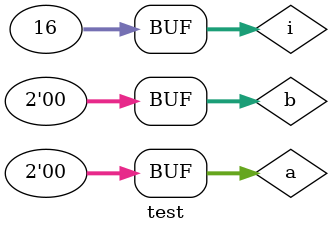
<source format=v>
`include "vvc/adder2.v"

module mult2(a,b,axb);

input[1:0] a,b;
output [3:0] axb;
wire [1:0] pp0, pp1;
assign #1 pp0 = a & {2{b[0]}};
assign #1 pp1 = a & {2{b[1]}};
wire[1:0] s;
wire c;

adder2 U1({1'b0, pp0[1]},pp1,s,c);
assign axb = {c, s, pp0[0]};


endmodule

module test;
reg [1:0] a,b;
wire [3:0] axb;

mult2 U1(a,b,axb);
initial begin
    $dumpfile("vcd/mult2.vcd");
    $dumpvars();
end

integer i;
initial begin
    for(i=0;i<16;i=i+1) begin
        #0 a = i[1:0]; b = i[3:2];
        #10;
    end
    a = 0; b = 0;
end

always @(a or b or axb)
    $display("%d ns, a = %d,b = %d,axb = %d\n", $time,a,b,axb);


endmodule
</source>
